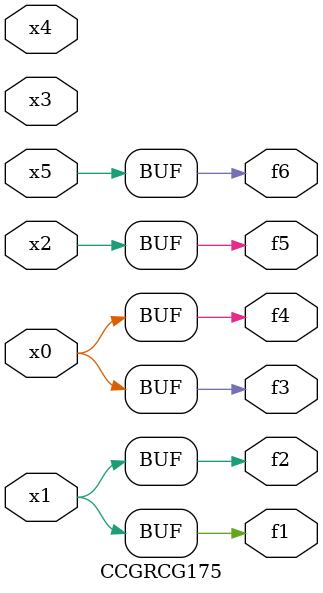
<source format=v>
module CCGRCG175(
	input x0, x1, x2, x3, x4, x5,
	output f1, f2, f3, f4, f5, f6
);
	assign f1 = x1;
	assign f2 = x1;
	assign f3 = x0;
	assign f4 = x0;
	assign f5 = x2;
	assign f6 = x5;
endmodule

</source>
